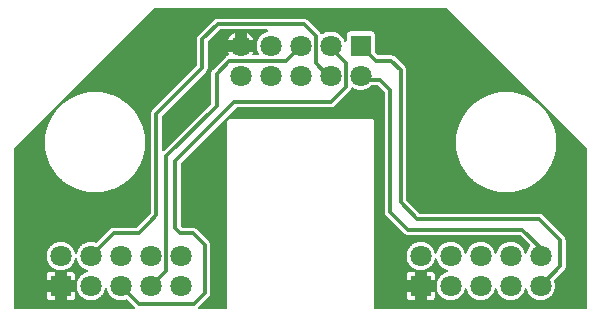
<source format=gtl>
G04 Layer: TopLayer*
G04 EasyEDA v6.3.53, 2020-06-10T14:59:09+08:00*
G04 3b83d2e84b6f494eacd4771d3d7b0d36,fed530592efb474aaabf7115e2e2b964,10*
G04 Gerber Generator version 0.2*
G04 Scale: 100 percent, Rotated: No, Reflected: No *
G04 Dimensions in millimeters *
G04 leading zeros omitted , absolute positions ,3 integer and 3 decimal *
%FSLAX33Y33*%
%MOMM*%
G90*
G71D02*

%ADD11C,0.299999*%
%ADD12C,0.599999*%
%ADD13C,1.799996*%
%ADD14R,1.799996X1.799996*%

%LPD*%
G36*
G01X21669Y23961D02*
G01X17704Y23961D01*
G01X17689Y23960D01*
G01X17673Y23956D01*
G01X17658Y23950D01*
G01X17644Y23942D01*
G01X17632Y23932D01*
G01X16656Y22956D01*
G01X16646Y22944D01*
G01X16638Y22930D01*
G01X16632Y22915D01*
G01X16628Y22900D01*
G01X16627Y22884D01*
G01X16627Y20716D01*
G01X16626Y20683D01*
G01X16622Y20651D01*
G01X16616Y20620D01*
G01X16609Y20588D01*
G01X16598Y20558D01*
G01X16586Y20528D01*
G01X16571Y20499D01*
G01X16555Y20471D01*
G01X16536Y20444D01*
G01X16516Y20420D01*
G01X16494Y20396D01*
G01X12755Y16657D01*
G01X12745Y16645D01*
G01X12737Y16631D01*
G01X12730Y16616D01*
G01X12726Y16600D01*
G01X12725Y16585D01*
G01X12725Y13753D01*
G01X12726Y13738D01*
G01X12729Y13724D01*
G01X12735Y13710D01*
G01X12742Y13698D01*
G01X12750Y13686D01*
G01X12760Y13676D01*
G01X12772Y13667D01*
G01X12785Y13660D01*
G01X12798Y13655D01*
G01X12812Y13652D01*
G01X12827Y13651D01*
G01X12843Y13653D01*
G01X12859Y13656D01*
G01X12873Y13662D01*
G01X12886Y13671D01*
G01X12899Y13681D01*
G01X16891Y17673D01*
G01X16901Y17685D01*
G01X16909Y17699D01*
G01X16915Y17713D01*
G01X16919Y17729D01*
G01X16920Y17745D01*
G01X16920Y20215D01*
G01X16921Y20248D01*
G01X16925Y20280D01*
G01X16931Y20311D01*
G01X16939Y20343D01*
G01X16949Y20373D01*
G01X16962Y20403D01*
G01X16976Y20432D01*
G01X16993Y20460D01*
G01X17011Y20487D01*
G01X17031Y20512D01*
G01X17053Y20535D01*
G01X18153Y21635D01*
G01X18176Y21657D01*
G01X18200Y21676D01*
G01X18226Y21694D01*
G01X18253Y21710D01*
G01X18281Y21725D01*
G01X18309Y21737D01*
G01X18339Y21747D01*
G01X18369Y21756D01*
G01X18384Y21760D01*
G01X18397Y21767D01*
G01X18410Y21775D01*
G01X18421Y21786D01*
G01X18430Y21798D01*
G01X18438Y21810D01*
G01X18443Y21825D01*
G01X18447Y21839D01*
G01X18448Y21855D01*
G01X18447Y21870D01*
G01X18443Y21885D01*
G01X18438Y21899D01*
G01X18430Y21912D01*
G01X18396Y21965D01*
G01X18365Y22020D01*
G01X18336Y22076D01*
G01X18910Y22076D01*
G01X18910Y21869D01*
G01X18911Y21855D01*
G01X18914Y21840D01*
G01X18919Y21827D01*
G01X18926Y21815D01*
G01X18935Y21803D01*
G01X18945Y21793D01*
G01X18957Y21784D01*
G01X18969Y21777D01*
G01X18983Y21772D01*
G01X18997Y21769D01*
G01X19011Y21768D01*
G01X19835Y21768D01*
G01X19850Y21769D01*
G01X19864Y21772D01*
G01X19878Y21777D01*
G01X19890Y21784D01*
G01X19902Y21793D01*
G01X19912Y21803D01*
G01X19921Y21815D01*
G01X19928Y21827D01*
G01X19933Y21840D01*
G01X19936Y21855D01*
G01X19937Y21869D01*
G01X19937Y22076D01*
G01X20511Y22076D01*
G01X20485Y22024D01*
G01X20457Y21974D01*
G01X20426Y21925D01*
G01X20419Y21913D01*
G01X20413Y21898D01*
G01X20410Y21884D01*
G01X20409Y21869D01*
G01X20410Y21855D01*
G01X20413Y21840D01*
G01X20418Y21827D01*
G01X20425Y21815D01*
G01X20434Y21803D01*
G01X20444Y21793D01*
G01X20456Y21784D01*
G01X20468Y21777D01*
G01X20482Y21772D01*
G01X20496Y21769D01*
G01X20511Y21768D01*
G01X20876Y21768D01*
G01X20891Y21769D01*
G01X20905Y21772D01*
G01X20918Y21777D01*
G01X20931Y21784D01*
G01X20943Y21793D01*
G01X20953Y21803D01*
G01X20962Y21815D01*
G01X20969Y21827D01*
G01X20974Y21840D01*
G01X20977Y21855D01*
G01X20978Y21869D01*
G01X20977Y21884D01*
G01X20974Y21898D01*
G01X20968Y21913D01*
G01X20961Y21925D01*
G01X20933Y21971D01*
G01X20906Y22017D01*
G01X20881Y22064D01*
G01X20860Y22113D01*
G01X20839Y22163D01*
G01X20821Y22213D01*
G01X20806Y22265D01*
G01X20792Y22316D01*
G01X20781Y22370D01*
G01X20772Y22425D01*
G01X20766Y22480D01*
G01X20762Y22534D01*
G01X20761Y22590D01*
G01X20762Y22645D01*
G01X20766Y22699D01*
G01X20772Y22754D01*
G01X20781Y22809D01*
G01X20792Y22863D01*
G01X20805Y22911D01*
G01X20819Y22958D01*
G01X20835Y23005D01*
G01X20853Y23052D01*
G01X20873Y23097D01*
G01X20895Y23141D01*
G01X20919Y23185D01*
G01X20944Y23227D01*
G01X20971Y23269D01*
G01X21000Y23309D01*
G01X21031Y23348D01*
G01X21063Y23386D01*
G01X21096Y23423D01*
G01X21131Y23458D01*
G01X21168Y23491D01*
G01X21206Y23523D01*
G01X21245Y23554D01*
G01X21285Y23582D01*
G01X21327Y23610D01*
G01X21370Y23635D01*
G01X21413Y23659D01*
G01X21457Y23680D01*
G01X21503Y23700D01*
G01X21549Y23719D01*
G01X21596Y23734D01*
G01X21644Y23749D01*
G01X21692Y23761D01*
G01X21706Y23765D01*
G01X21720Y23772D01*
G01X21732Y23781D01*
G01X21743Y23791D01*
G01X21753Y23803D01*
G01X21760Y23816D01*
G01X21766Y23830D01*
G01X21769Y23845D01*
G01X21770Y23860D01*
G01X21769Y23874D01*
G01X21766Y23889D01*
G01X21761Y23902D01*
G01X21754Y23915D01*
G01X21745Y23926D01*
G01X21735Y23936D01*
G01X21724Y23945D01*
G01X21711Y23952D01*
G01X21697Y23957D01*
G01X21683Y23960D01*
G01X21669Y23961D01*
G37*

%LPC*%
G36*
G01X18910Y23103D02*
G01X18910Y23677D01*
G01X18864Y23654D01*
G01X18818Y23629D01*
G01X18774Y23602D01*
G01X18731Y23573D01*
G01X18690Y23542D01*
G01X18649Y23510D01*
G01X18611Y23476D01*
G01X18573Y23440D01*
G01X18537Y23403D01*
G01X18503Y23363D01*
G01X18471Y23323D01*
G01X18440Y23282D01*
G01X18411Y23238D01*
G01X18385Y23195D01*
G01X18359Y23149D01*
G01X18336Y23103D01*
G01X18910Y23103D01*
G37*
G36*
G01X19983Y23654D02*
G01X19937Y23677D01*
G01X19937Y23103D01*
G01X20511Y23103D01*
G01X20488Y23149D01*
G01X20463Y23195D01*
G01X20436Y23238D01*
G01X20407Y23282D01*
G01X20376Y23323D01*
G01X20344Y23363D01*
G01X20310Y23403D01*
G01X20274Y23440D01*
G01X20237Y23476D01*
G01X20198Y23510D01*
G01X20157Y23542D01*
G01X20116Y23573D01*
G01X20073Y23602D01*
G01X20028Y23629D01*
G01X19983Y23654D01*
G37*

%LPD*%
G36*
G01X36839Y25798D02*
G01X12169Y25798D01*
G01X12153Y25797D01*
G01X12138Y25793D01*
G01X12123Y25787D01*
G01X12110Y25778D01*
G01X12098Y25768D01*
G01X286Y13957D01*
G01X275Y13945D01*
G01X267Y13931D01*
G01X261Y13916D01*
G01X257Y13900D01*
G01X256Y13885D01*
G01X256Y358D01*
G01X257Y343D01*
G01X260Y329D01*
G01X265Y315D01*
G01X272Y303D01*
G01X281Y291D01*
G01X291Y281D01*
G01X303Y272D01*
G01X315Y265D01*
G01X329Y260D01*
G01X343Y257D01*
G01X358Y256D01*
G01X10376Y256D01*
G01X10391Y257D01*
G01X10405Y260D01*
G01X10419Y265D01*
G01X10432Y272D01*
G01X10443Y281D01*
G01X10454Y291D01*
G01X10462Y303D01*
G01X10469Y315D01*
G01X10474Y329D01*
G01X10477Y343D01*
G01X10478Y358D01*
G01X10477Y373D01*
G01X10473Y389D01*
G01X10467Y404D01*
G01X10459Y418D01*
G01X10449Y429D01*
G01X9788Y1090D01*
G01X9776Y1100D01*
G01X9762Y1108D01*
G01X9748Y1115D01*
G01X9732Y1118D01*
G01X9717Y1120D01*
G01X9699Y1118D01*
G01X9682Y1114D01*
G01X9633Y1097D01*
G01X9582Y1083D01*
G01X9532Y1070D01*
G01X9481Y1060D01*
G01X9430Y1052D01*
G01X9378Y1046D01*
G01X9325Y1043D01*
G01X9274Y1042D01*
G01X9223Y1043D01*
G01X9173Y1046D01*
G01X9123Y1052D01*
G01X9073Y1059D01*
G01X9023Y1068D01*
G01X8974Y1080D01*
G01X8926Y1093D01*
G01X8878Y1109D01*
G01X8831Y1127D01*
G01X8784Y1146D01*
G01X8739Y1167D01*
G01X8694Y1191D01*
G01X8650Y1216D01*
G01X8608Y1243D01*
G01X8566Y1272D01*
G01X8526Y1303D01*
G01X8487Y1335D01*
G01X8450Y1369D01*
G01X8414Y1404D01*
G01X8379Y1441D01*
G01X8346Y1479D01*
G01X8315Y1518D01*
G01X8285Y1559D01*
G01X8258Y1601D01*
G01X8232Y1644D01*
G01X8207Y1689D01*
G01X8185Y1734D01*
G01X8165Y1780D01*
G01X8146Y1827D01*
G01X8130Y1874D01*
G01X8115Y1922D01*
G01X8103Y1971D01*
G01X8098Y1986D01*
G01X8091Y1999D01*
G01X8083Y2012D01*
G01X8073Y2023D01*
G01X8060Y2032D01*
G01X8047Y2040D01*
G01X8034Y2045D01*
G01X8019Y2049D01*
G01X8004Y2050D01*
G01X7988Y2049D01*
G01X7974Y2045D01*
G01X7959Y2040D01*
G01X7947Y2032D01*
G01X7934Y2023D01*
G01X7924Y2012D01*
G01X7916Y1999D01*
G01X7909Y1986D01*
G01X7904Y1971D01*
G01X7892Y1922D01*
G01X7878Y1874D01*
G01X7861Y1827D01*
G01X7843Y1780D01*
G01X7822Y1734D01*
G01X7800Y1689D01*
G01X7775Y1644D01*
G01X7750Y1601D01*
G01X7722Y1559D01*
G01X7692Y1518D01*
G01X7661Y1479D01*
G01X7628Y1441D01*
G01X7593Y1404D01*
G01X7557Y1369D01*
G01X7520Y1335D01*
G01X7481Y1303D01*
G01X7441Y1272D01*
G01X7400Y1243D01*
G01X7357Y1216D01*
G01X7313Y1191D01*
G01X7268Y1167D01*
G01X7223Y1146D01*
G01X7177Y1127D01*
G01X7129Y1109D01*
G01X7082Y1093D01*
G01X7033Y1080D01*
G01X6983Y1068D01*
G01X6934Y1059D01*
G01X6884Y1052D01*
G01X6834Y1046D01*
G01X6784Y1043D01*
G01X6734Y1042D01*
G01X6684Y1043D01*
G01X6634Y1046D01*
G01X6584Y1051D01*
G01X6534Y1059D01*
G01X6486Y1068D01*
G01X6437Y1079D01*
G01X6389Y1092D01*
G01X6341Y1108D01*
G01X6295Y1125D01*
G01X6248Y1144D01*
G01X6203Y1165D01*
G01X6158Y1188D01*
G01X6115Y1213D01*
G01X6073Y1240D01*
G01X6032Y1268D01*
G01X5992Y1298D01*
G01X5953Y1329D01*
G01X5916Y1362D01*
G01X5880Y1398D01*
G01X5846Y1434D01*
G01X5813Y1471D01*
G01X5782Y1510D01*
G01X5752Y1550D01*
G01X5724Y1592D01*
G01X5698Y1634D01*
G01X5673Y1677D01*
G01X5650Y1722D01*
G01X5630Y1767D01*
G01X5611Y1814D01*
G01X5594Y1861D01*
G01X5593Y1863D01*
G01X5593Y1865D01*
G01X5576Y1918D01*
G01X5563Y1971D01*
G01X5551Y2025D01*
G01X5542Y2079D01*
G01X5536Y2134D01*
G01X5532Y2189D01*
G01X5531Y2244D01*
G01X5532Y2300D01*
G01X5536Y2355D01*
G01X5542Y2409D01*
G01X5551Y2464D01*
G01X5563Y2518D01*
G01X5576Y2572D01*
G01X5593Y2624D01*
G01X5593Y2626D01*
G01X5594Y2628D01*
G01X5611Y2676D01*
G01X5631Y2723D01*
G01X5652Y2770D01*
G01X5675Y2815D01*
G01X5700Y2860D01*
G01X5727Y2903D01*
G01X5756Y2944D01*
G01X5786Y2986D01*
G01X5819Y3025D01*
G01X5852Y3063D01*
G01X5888Y3099D01*
G01X5925Y3134D01*
G01X5963Y3168D01*
G01X6003Y3200D01*
G01X6044Y3230D01*
G01X6086Y3258D01*
G01X6130Y3285D01*
G01X6175Y3309D01*
G01X6220Y3332D01*
G01X6267Y3353D01*
G01X6314Y3372D01*
G01X6362Y3388D01*
G01X6411Y3403D01*
G01X6460Y3416D01*
G01X6474Y3420D01*
G01X6488Y3426D01*
G01X6501Y3435D01*
G01X6512Y3446D01*
G01X6521Y3457D01*
G01X6529Y3471D01*
G01X6534Y3485D01*
G01X6537Y3500D01*
G01X6539Y3514D01*
G01X6537Y3530D01*
G01X6534Y3544D01*
G01X6529Y3559D01*
G01X6521Y3572D01*
G01X6512Y3583D01*
G01X6501Y3594D01*
G01X6488Y3602D01*
G01X6474Y3609D01*
G01X6460Y3613D01*
G01X6412Y3626D01*
G01X6365Y3640D01*
G01X6318Y3656D01*
G01X6272Y3674D01*
G01X6227Y3694D01*
G01X6182Y3716D01*
G01X6139Y3739D01*
G01X6096Y3765D01*
G01X6054Y3792D01*
G01X6014Y3821D01*
G01X5975Y3851D01*
G01X5938Y3883D01*
G01X5901Y3917D01*
G01X5866Y3952D01*
G01X5832Y3988D01*
G01X5800Y4026D01*
G01X5770Y4065D01*
G01X5741Y4106D01*
G01X5714Y4147D01*
G01X5689Y4189D01*
G01X5665Y4233D01*
G01X5643Y4277D01*
G01X5623Y4323D01*
G01X5605Y4369D01*
G01X5589Y4416D01*
G01X5575Y4463D01*
G01X5563Y4511D01*
G01X5558Y4526D01*
G01X5551Y4539D01*
G01X5543Y4552D01*
G01X5533Y4563D01*
G01X5520Y4572D01*
G01X5507Y4580D01*
G01X5494Y4585D01*
G01X5479Y4589D01*
G01X5464Y4590D01*
G01X5448Y4589D01*
G01X5434Y4585D01*
G01X5419Y4580D01*
G01X5407Y4572D01*
G01X5394Y4563D01*
G01X5384Y4552D01*
G01X5376Y4539D01*
G01X5369Y4526D01*
G01X5364Y4511D01*
G01X5352Y4462D01*
G01X5337Y4413D01*
G01X5320Y4365D01*
G01X5301Y4318D01*
G01X5281Y4271D01*
G01X5258Y4226D01*
G01X5233Y4181D01*
G01X5207Y4138D01*
G01X5179Y4095D01*
G01X5149Y4054D01*
G01X5117Y4014D01*
G01X5084Y3976D01*
G01X5049Y3939D01*
G01X5012Y3903D01*
G01X4974Y3869D01*
G01X4934Y3837D01*
G01X4894Y3807D01*
G01X4851Y3778D01*
G01X4808Y3751D01*
G01X4764Y3726D01*
G01X4719Y3703D01*
G01X4673Y3681D01*
G01X4625Y3662D01*
G01X4578Y3645D01*
G01X4575Y3644D01*
G01X4576Y3644D01*
G01X4573Y3643D01*
G01X4574Y3643D01*
G01X4521Y3627D01*
G01X4467Y3613D01*
G01X4413Y3602D01*
G01X4359Y3594D01*
G01X4304Y3587D01*
G01X4249Y3583D01*
G01X4194Y3582D01*
G01X4138Y3583D01*
G01X4083Y3587D01*
G01X4028Y3594D01*
G01X3974Y3602D01*
G01X3920Y3613D01*
G01X3866Y3627D01*
G01X3814Y3643D01*
G01X3810Y3645D01*
G01X3763Y3662D01*
G01X3717Y3680D01*
G01X3671Y3701D01*
G01X3627Y3724D01*
G01X3583Y3749D01*
G01X3540Y3775D01*
G01X3499Y3803D01*
G01X3459Y3832D01*
G01X3420Y3864D01*
G01X3382Y3897D01*
G01X3346Y3931D01*
G01X3312Y3967D01*
G01X3279Y4004D01*
G01X3247Y4043D01*
G01X3217Y4083D01*
G01X3189Y4124D01*
G01X3162Y4166D01*
G01X3137Y4210D01*
G01X3114Y4254D01*
G01X3093Y4299D01*
G01X3074Y4345D01*
G01X3057Y4392D01*
G01X3041Y4440D01*
G01X3028Y4488D01*
G01X3017Y4536D01*
G01X3007Y4586D01*
G01X3000Y4635D01*
G01X2995Y4685D01*
G01X2992Y4735D01*
G01X2991Y4784D01*
G01X2992Y4834D01*
G01X2995Y4884D01*
G01X3000Y4933D01*
G01X3007Y4982D01*
G01X3017Y5031D01*
G01X3028Y5080D01*
G01X3041Y5128D01*
G01X3056Y5175D01*
G01X3073Y5222D01*
G01X3092Y5267D01*
G01X3113Y5313D01*
G01X3136Y5357D01*
G01X3160Y5400D01*
G01X3187Y5442D01*
G01X3215Y5483D01*
G01X3245Y5523D01*
G01X3276Y5562D01*
G01X3309Y5599D01*
G01X3343Y5635D01*
G01X3379Y5669D01*
G01X3416Y5702D01*
G01X3455Y5733D01*
G01X3495Y5763D01*
G01X3536Y5791D01*
G01X3578Y5818D01*
G01X3621Y5842D01*
G01X3665Y5865D01*
G01X3710Y5886D01*
G01X3756Y5905D01*
G01X3803Y5922D01*
G01X3850Y5937D01*
G01X3898Y5950D01*
G01X3947Y5961D01*
G01X3995Y5971D01*
G01X4045Y5978D01*
G01X4094Y5983D01*
G01X4144Y5986D01*
G01X4194Y5987D01*
G01X4244Y5986D01*
G01X4294Y5983D01*
G01X4344Y5978D01*
G01X4394Y5970D01*
G01X4443Y5961D01*
G01X4493Y5949D01*
G01X4542Y5935D01*
G01X4589Y5920D01*
G01X4637Y5902D01*
G01X4683Y5883D01*
G01X4728Y5861D01*
G01X4773Y5838D01*
G01X4817Y5813D01*
G01X4860Y5786D01*
G01X4901Y5757D01*
G01X4941Y5727D01*
G01X4980Y5694D01*
G01X5017Y5661D01*
G01X5053Y5625D01*
G01X5088Y5589D01*
G01X5121Y5550D01*
G01X5152Y5511D01*
G01X5182Y5470D01*
G01X5210Y5428D01*
G01X5235Y5385D01*
G01X5260Y5341D01*
G01X5282Y5295D01*
G01X5303Y5249D01*
G01X5321Y5202D01*
G01X5338Y5155D01*
G01X5352Y5106D01*
G01X5364Y5058D01*
G01X5369Y5043D01*
G01X5376Y5030D01*
G01X5384Y5017D01*
G01X5394Y5006D01*
G01X5407Y4997D01*
G01X5419Y4989D01*
G01X5434Y4983D01*
G01X5448Y4980D01*
G01X5464Y4979D01*
G01X5479Y4980D01*
G01X5494Y4983D01*
G01X5507Y4989D01*
G01X5520Y4997D01*
G01X5533Y5006D01*
G01X5543Y5017D01*
G01X5551Y5030D01*
G01X5558Y5043D01*
G01X5563Y5058D01*
G01X5575Y5106D01*
G01X5590Y5155D01*
G01X5606Y5202D01*
G01X5625Y5249D01*
G01X5645Y5295D01*
G01X5667Y5341D01*
G01X5692Y5385D01*
G01X5718Y5428D01*
G01X5745Y5470D01*
G01X5775Y5511D01*
G01X5806Y5550D01*
G01X5839Y5589D01*
G01X5874Y5625D01*
G01X5910Y5661D01*
G01X5947Y5694D01*
G01X5986Y5727D01*
G01X6026Y5757D01*
G01X6068Y5786D01*
G01X6110Y5813D01*
G01X6154Y5838D01*
G01X6199Y5861D01*
G01X6244Y5883D01*
G01X6291Y5902D01*
G01X6338Y5920D01*
G01X6386Y5935D01*
G01X6434Y5949D01*
G01X6483Y5961D01*
G01X6533Y5970D01*
G01X6583Y5978D01*
G01X6633Y5983D01*
G01X6683Y5986D01*
G01X6734Y5987D01*
G01X6785Y5986D01*
G01X6838Y5983D01*
G01X6890Y5977D01*
G01X6941Y5969D01*
G01X6992Y5959D01*
G01X7042Y5947D01*
G01X7093Y5932D01*
G01X7142Y5916D01*
G01X7159Y5911D01*
G01X7177Y5910D01*
G01X7192Y5911D01*
G01X7208Y5915D01*
G01X7223Y5921D01*
G01X7236Y5929D01*
G01X7248Y5939D01*
G01X8343Y7034D01*
G01X8367Y7057D01*
G01X8392Y7077D01*
G01X8419Y7095D01*
G01X8447Y7112D01*
G01X8475Y7126D01*
G01X8505Y7138D01*
G01X8536Y7149D01*
G01X8567Y7157D01*
G01X8599Y7162D01*
G01X8631Y7166D01*
G01X8663Y7167D01*
G01X10544Y7167D01*
G01X10560Y7168D01*
G01X10576Y7172D01*
G01X10590Y7178D01*
G01X10603Y7186D01*
G01X10616Y7197D01*
G01X11419Y8000D01*
G01X11419Y7999D01*
G01X11424Y8006D01*
G01X11791Y8371D01*
G01X11801Y8384D01*
G01X11809Y8397D01*
G01X11815Y8412D01*
G01X11819Y8428D01*
G01X11820Y8443D01*
G01X11820Y16814D01*
G01X11821Y16847D01*
G01X11825Y16879D01*
G01X11831Y16910D01*
G01X11838Y16942D01*
G01X11849Y16972D01*
G01X11861Y17002D01*
G01X11876Y17031D01*
G01X11892Y17059D01*
G01X11911Y17086D01*
G01X11931Y17110D01*
G01X11953Y17134D01*
G01X15692Y20873D01*
G01X15702Y20885D01*
G01X15710Y20899D01*
G01X15717Y20914D01*
G01X15721Y20930D01*
G01X15722Y20945D01*
G01X15722Y23114D01*
G01X15723Y23146D01*
G01X15726Y23178D01*
G01X15732Y23210D01*
G01X15740Y23241D01*
G01X15750Y23271D01*
G01X15763Y23301D01*
G01X15777Y23330D01*
G01X15794Y23358D01*
G01X15812Y23385D01*
G01X15832Y23410D01*
G01X15854Y23434D01*
G01X17155Y24734D01*
G01X17179Y24756D01*
G01X17203Y24776D01*
G01X17230Y24794D01*
G01X17258Y24811D01*
G01X17287Y24825D01*
G01X17317Y24838D01*
G01X17347Y24848D01*
G01X17379Y24856D01*
G01X17410Y24862D01*
G01X17442Y24866D01*
G01X17475Y24867D01*
G01X24775Y24867D01*
G01X24807Y24866D01*
G01X24839Y24862D01*
G01X24871Y24856D01*
G01X24902Y24848D01*
G01X24933Y24838D01*
G01X24963Y24825D01*
G01X24992Y24811D01*
G01X25020Y24794D01*
G01X25046Y24776D01*
G01X25071Y24756D01*
G01X25095Y24734D01*
G01X26093Y23736D01*
G01X26115Y23712D01*
G01X26136Y23687D01*
G01X26154Y23660D01*
G01X26171Y23632D01*
G01X26185Y23603D01*
G01X26192Y23590D01*
G01X26201Y23578D01*
G01X26211Y23568D01*
G01X26222Y23560D01*
G01X26235Y23552D01*
G01X26249Y23547D01*
G01X26263Y23544D01*
G01X26277Y23543D01*
G01X26293Y23544D01*
G01X26309Y23548D01*
G01X26324Y23554D01*
G01X26337Y23563D01*
G01X26378Y23592D01*
G01X26421Y23618D01*
G01X26465Y23643D01*
G01X26509Y23667D01*
G01X26555Y23688D01*
G01X26601Y23708D01*
G01X26648Y23725D01*
G01X26696Y23741D01*
G01X26745Y23754D01*
G01X26793Y23766D01*
G01X26843Y23775D01*
G01X26893Y23783D01*
G01X26943Y23788D01*
G01X26993Y23791D01*
G01X27043Y23792D01*
G01X27094Y23791D01*
G01X27143Y23788D01*
G01X27193Y23783D01*
G01X27243Y23775D01*
G01X27291Y23766D01*
G01X27340Y23755D01*
G01X27388Y23741D01*
G01X27436Y23726D01*
G01X27483Y23709D01*
G01X27529Y23690D01*
G01X27574Y23669D01*
G01X27618Y23646D01*
G01X27662Y23621D01*
G01X27704Y23595D01*
G01X27745Y23566D01*
G01X27785Y23536D01*
G01X27824Y23505D01*
G01X27861Y23471D01*
G01X27897Y23437D01*
G01X27931Y23401D01*
G01X27964Y23363D01*
G01X27995Y23324D01*
G01X28025Y23284D01*
G01X28053Y23243D01*
G01X28080Y23200D01*
G01X28104Y23157D01*
G01X28126Y23112D01*
G01X28147Y23067D01*
G01X28166Y23021D01*
G01X28183Y22973D01*
G01X28189Y22959D01*
G01X28198Y22945D01*
G01X28208Y22934D01*
G01X28220Y22924D01*
G01X28234Y22915D01*
G01X28248Y22909D01*
G01X28264Y22905D01*
G01X28279Y22904D01*
G01X28294Y22905D01*
G01X28308Y22908D01*
G01X28322Y22913D01*
G01X28334Y22920D01*
G01X28346Y22929D01*
G01X28356Y22939D01*
G01X28365Y22951D01*
G01X28372Y22964D01*
G01X28377Y22977D01*
G01X28380Y22991D01*
G01X28381Y23006D01*
G01X28381Y23489D01*
G01X28382Y23514D01*
G01X28385Y23539D01*
G01X28390Y23564D01*
G01X28397Y23588D01*
G01X28406Y23611D01*
G01X28418Y23634D01*
G01X28430Y23655D01*
G01X28445Y23675D01*
G01X28461Y23695D01*
G01X28478Y23712D01*
G01X28498Y23728D01*
G01X28518Y23743D01*
G01X28539Y23756D01*
G01X28562Y23767D01*
G01X28585Y23775D01*
G01X28609Y23783D01*
G01X28634Y23788D01*
G01X28658Y23791D01*
G01X28684Y23792D01*
G01X30484Y23792D01*
G01X30508Y23791D01*
G01X30533Y23788D01*
G01X30558Y23783D01*
G01X30582Y23775D01*
G01X30605Y23767D01*
G01X30627Y23756D01*
G01X30649Y23743D01*
G01X30669Y23728D01*
G01X30688Y23712D01*
G01X30706Y23695D01*
G01X30722Y23675D01*
G01X30737Y23655D01*
G01X30750Y23634D01*
G01X30770Y23588D01*
G01X30777Y23564D01*
G01X30782Y23539D01*
G01X30785Y23514D01*
G01X30786Y23489D01*
G01X30786Y22069D01*
G01X30787Y22053D01*
G01X30791Y22038D01*
G01X30797Y22023D01*
G01X30806Y22010D01*
G01X30816Y21997D01*
G01X31015Y21797D01*
G01X31028Y21787D01*
G01X31041Y21779D01*
G01X31056Y21773D01*
G01X31072Y21769D01*
G01X31088Y21768D01*
G01X32174Y21768D01*
G01X32206Y21767D01*
G01X32238Y21763D01*
G01X32270Y21757D01*
G01X32301Y21750D01*
G01X32332Y21739D01*
G01X32362Y21727D01*
G01X32391Y21712D01*
G01X32419Y21696D01*
G01X32445Y21677D01*
G01X32470Y21657D01*
G01X32494Y21635D01*
G01X33294Y20835D01*
G01X33316Y20811D01*
G01X33336Y20786D01*
G01X33354Y20760D01*
G01X33371Y20732D01*
G01X33385Y20703D01*
G01X33398Y20673D01*
G01X33408Y20643D01*
G01X33416Y20611D01*
G01X33422Y20580D01*
G01X33425Y20548D01*
G01X33426Y20515D01*
G01X33426Y9543D01*
G01X33427Y9528D01*
G01X33431Y9512D01*
G01X33438Y9497D01*
G01X33446Y9483D01*
G01X33456Y9471D01*
G01X34531Y8396D01*
G01X34543Y8386D01*
G01X34557Y8378D01*
G01X34571Y8372D01*
G01X34587Y8368D01*
G01X34603Y8367D01*
G01X44673Y8367D01*
G01X44706Y8366D01*
G01X44738Y8362D01*
G01X44769Y8356D01*
G01X44801Y8348D01*
G01X44831Y8338D01*
G01X44861Y8326D01*
G01X44890Y8311D01*
G01X44918Y8295D01*
G01X44944Y8276D01*
G01X44969Y8256D01*
G01X44993Y8234D01*
G01X46794Y6433D01*
G01X46816Y6409D01*
G01X46836Y6385D01*
G01X46854Y6358D01*
G01X46871Y6330D01*
G01X46885Y6301D01*
G01X46898Y6271D01*
G01X46908Y6241D01*
G01X46916Y6209D01*
G01X46922Y6178D01*
G01X46925Y6146D01*
G01X46927Y6113D01*
G01X46927Y3893D01*
G01X46925Y3861D01*
G01X46922Y3829D01*
G01X46916Y3797D01*
G01X46908Y3766D01*
G01X46898Y3735D01*
G01X46885Y3705D01*
G01X46871Y3676D01*
G01X46854Y3648D01*
G01X46836Y3622D01*
G01X46816Y3597D01*
G01X46793Y3573D01*
G01X45979Y2759D01*
G01X45968Y2747D01*
G01X45960Y2734D01*
G01X45954Y2719D01*
G01X45950Y2703D01*
G01X45949Y2687D01*
G01X45950Y2670D01*
G01X45955Y2653D01*
G01X45971Y2604D01*
G01X45986Y2553D01*
G01X45998Y2503D01*
G01X46008Y2452D01*
G01X46016Y2400D01*
G01X46021Y2348D01*
G01X46025Y2297D01*
G01X46026Y2244D01*
G01X46025Y2195D01*
G01X46022Y2145D01*
G01X46017Y2096D01*
G01X46010Y2047D01*
G01X46000Y1998D01*
G01X45989Y1949D01*
G01X45976Y1901D01*
G01X45961Y1854D01*
G01X45944Y1807D01*
G01X45925Y1761D01*
G01X45904Y1717D01*
G01X45881Y1672D01*
G01X45857Y1629D01*
G01X45830Y1587D01*
G01X45802Y1546D01*
G01X45772Y1506D01*
G01X45741Y1467D01*
G01X45708Y1430D01*
G01X45674Y1394D01*
G01X45638Y1360D01*
G01X45601Y1327D01*
G01X45562Y1295D01*
G01X45522Y1266D01*
G01X45481Y1238D01*
G01X45439Y1212D01*
G01X45396Y1187D01*
G01X45352Y1164D01*
G01X45306Y1144D01*
G01X45261Y1124D01*
G01X45214Y1107D01*
G01X45167Y1092D01*
G01X45119Y1079D01*
G01X45070Y1068D01*
G01X45022Y1058D01*
G01X44972Y1051D01*
G01X44923Y1046D01*
G01X44873Y1043D01*
G01X44823Y1042D01*
G01X44773Y1043D01*
G01X44723Y1046D01*
G01X44673Y1052D01*
G01X44623Y1059D01*
G01X44573Y1068D01*
G01X44524Y1080D01*
G01X44475Y1093D01*
G01X44428Y1109D01*
G01X44380Y1127D01*
G01X44334Y1146D01*
G01X44288Y1167D01*
G01X44244Y1191D01*
G01X44200Y1216D01*
G01X44157Y1243D01*
G01X44116Y1272D01*
G01X44076Y1303D01*
G01X44037Y1335D01*
G01X44000Y1369D01*
G01X43964Y1404D01*
G01X43929Y1441D01*
G01X43896Y1479D01*
G01X43865Y1518D01*
G01X43835Y1559D01*
G01X43807Y1601D01*
G01X43781Y1644D01*
G01X43757Y1689D01*
G01X43735Y1734D01*
G01X43714Y1780D01*
G01X43696Y1827D01*
G01X43679Y1874D01*
G01X43665Y1922D01*
G01X43652Y1971D01*
G01X43648Y1986D01*
G01X43641Y1999D01*
G01X43633Y2012D01*
G01X43622Y2023D01*
G01X43611Y2032D01*
G01X43598Y2040D01*
G01X43583Y2045D01*
G01X43569Y2049D01*
G01X43553Y2050D01*
G01X43538Y2049D01*
G01X43523Y2045D01*
G01X43510Y2040D01*
G01X43496Y2032D01*
G01X43485Y2023D01*
G01X43474Y2012D01*
G01X43466Y1999D01*
G01X43459Y1986D01*
G01X43454Y1971D01*
G01X43442Y1922D01*
G01X43427Y1874D01*
G01X43411Y1827D01*
G01X43392Y1780D01*
G01X43372Y1734D01*
G01X43350Y1689D01*
G01X43325Y1644D01*
G01X43299Y1601D01*
G01X43271Y1559D01*
G01X43242Y1518D01*
G01X43210Y1479D01*
G01X43177Y1441D01*
G01X43143Y1404D01*
G01X43107Y1369D01*
G01X43070Y1335D01*
G01X43031Y1303D01*
G01X42991Y1272D01*
G01X42949Y1243D01*
G01X42907Y1216D01*
G01X42863Y1191D01*
G01X42819Y1167D01*
G01X42773Y1146D01*
G01X42726Y1127D01*
G01X42679Y1109D01*
G01X42631Y1093D01*
G01X42583Y1080D01*
G01X42534Y1068D01*
G01X42484Y1059D01*
G01X42434Y1052D01*
G01X42384Y1046D01*
G01X42334Y1043D01*
G01X42283Y1042D01*
G01X42233Y1043D01*
G01X42183Y1046D01*
G01X42133Y1052D01*
G01X42083Y1059D01*
G01X42033Y1068D01*
G01X41984Y1080D01*
G01X41935Y1093D01*
G01X41888Y1109D01*
G01X41840Y1127D01*
G01X41794Y1146D01*
G01X41748Y1167D01*
G01X41704Y1191D01*
G01X41660Y1216D01*
G01X41617Y1243D01*
G01X41576Y1272D01*
G01X41536Y1303D01*
G01X41497Y1335D01*
G01X41460Y1369D01*
G01X41424Y1404D01*
G01X41389Y1441D01*
G01X41356Y1479D01*
G01X41325Y1518D01*
G01X41295Y1559D01*
G01X41267Y1601D01*
G01X41241Y1644D01*
G01X41217Y1689D01*
G01X41195Y1734D01*
G01X41174Y1780D01*
G01X41156Y1827D01*
G01X41139Y1874D01*
G01X41125Y1922D01*
G01X41112Y1971D01*
G01X41108Y1986D01*
G01X41101Y1999D01*
G01X41093Y2012D01*
G01X41082Y2023D01*
G01X41071Y2032D01*
G01X41058Y2040D01*
G01X41043Y2045D01*
G01X41029Y2049D01*
G01X41013Y2050D01*
G01X40998Y2049D01*
G01X40983Y2045D01*
G01X40970Y2040D01*
G01X40956Y2032D01*
G01X40945Y2023D01*
G01X40934Y2012D01*
G01X40926Y1999D01*
G01X40919Y1986D01*
G01X40914Y1971D01*
G01X40902Y1922D01*
G01X40887Y1874D01*
G01X40871Y1827D01*
G01X40852Y1780D01*
G01X40832Y1734D01*
G01X40810Y1689D01*
G01X40785Y1644D01*
G01X40759Y1601D01*
G01X40731Y1559D01*
G01X40702Y1518D01*
G01X40670Y1479D01*
G01X40637Y1441D01*
G01X40603Y1404D01*
G01X40567Y1369D01*
G01X40530Y1335D01*
G01X40491Y1303D01*
G01X40451Y1272D01*
G01X40409Y1243D01*
G01X40367Y1216D01*
G01X40323Y1191D01*
G01X40279Y1167D01*
G01X40233Y1146D01*
G01X40186Y1127D01*
G01X40139Y1109D01*
G01X40091Y1093D01*
G01X40043Y1080D01*
G01X39994Y1068D01*
G01X39944Y1059D01*
G01X39894Y1052D01*
G01X39844Y1046D01*
G01X39794Y1043D01*
G01X39743Y1042D01*
G01X39693Y1043D01*
G01X39643Y1046D01*
G01X39593Y1052D01*
G01X39543Y1059D01*
G01X39493Y1068D01*
G01X39444Y1080D01*
G01X39395Y1093D01*
G01X39348Y1109D01*
G01X39300Y1127D01*
G01X39254Y1146D01*
G01X39208Y1167D01*
G01X39164Y1191D01*
G01X39120Y1216D01*
G01X39077Y1243D01*
G01X39036Y1272D01*
G01X38996Y1303D01*
G01X38957Y1335D01*
G01X38920Y1369D01*
G01X38884Y1404D01*
G01X38849Y1441D01*
G01X38816Y1479D01*
G01X38785Y1518D01*
G01X38755Y1559D01*
G01X38727Y1601D01*
G01X38701Y1644D01*
G01X38677Y1689D01*
G01X38655Y1734D01*
G01X38634Y1780D01*
G01X38616Y1827D01*
G01X38599Y1874D01*
G01X38585Y1922D01*
G01X38572Y1971D01*
G01X38568Y1986D01*
G01X38561Y1999D01*
G01X38553Y2012D01*
G01X38542Y2023D01*
G01X38531Y2032D01*
G01X38518Y2040D01*
G01X38503Y2045D01*
G01X38489Y2049D01*
G01X38473Y2050D01*
G01X38458Y2049D01*
G01X38443Y2045D01*
G01X38430Y2040D01*
G01X38416Y2032D01*
G01X38405Y2023D01*
G01X38394Y2012D01*
G01X38386Y1999D01*
G01X38379Y1986D01*
G01X38374Y1971D01*
G01X38362Y1922D01*
G01X38347Y1874D01*
G01X38331Y1827D01*
G01X38312Y1780D01*
G01X38292Y1734D01*
G01X38270Y1689D01*
G01X38245Y1644D01*
G01X38219Y1601D01*
G01X38191Y1559D01*
G01X38162Y1518D01*
G01X38130Y1479D01*
G01X38097Y1441D01*
G01X38063Y1404D01*
G01X38027Y1369D01*
G01X37990Y1335D01*
G01X37951Y1303D01*
G01X37911Y1272D01*
G01X37869Y1243D01*
G01X37827Y1216D01*
G01X37783Y1191D01*
G01X37739Y1167D01*
G01X37693Y1146D01*
G01X37646Y1127D01*
G01X37599Y1109D01*
G01X37551Y1093D01*
G01X37503Y1080D01*
G01X37454Y1068D01*
G01X37404Y1059D01*
G01X37354Y1052D01*
G01X37304Y1046D01*
G01X37254Y1043D01*
G01X37203Y1042D01*
G01X37154Y1043D01*
G01X37104Y1046D01*
G01X37054Y1051D01*
G01X37005Y1059D01*
G01X36955Y1068D01*
G01X36907Y1079D01*
G01X36859Y1092D01*
G01X36811Y1108D01*
G01X36764Y1125D01*
G01X36718Y1144D01*
G01X36673Y1165D01*
G01X36629Y1188D01*
G01X36585Y1213D01*
G01X36543Y1240D01*
G01X36502Y1268D01*
G01X36462Y1298D01*
G01X36423Y1329D01*
G01X36386Y1362D01*
G01X36350Y1398D01*
G01X36315Y1434D01*
G01X36283Y1471D01*
G01X36251Y1510D01*
G01X36222Y1550D01*
G01X36194Y1592D01*
G01X36168Y1634D01*
G01X36143Y1677D01*
G01X36120Y1722D01*
G01X36100Y1767D01*
G01X36081Y1814D01*
G01X36064Y1861D01*
G01X36062Y1865D01*
G01X36046Y1918D01*
G01X36032Y1971D01*
G01X36021Y2025D01*
G01X36012Y2079D01*
G01X36006Y2134D01*
G01X36002Y2189D01*
G01X36001Y2244D01*
G01X36002Y2300D01*
G01X36006Y2355D01*
G01X36012Y2409D01*
G01X36021Y2464D01*
G01X36032Y2518D01*
G01X36046Y2572D01*
G01X36062Y2624D01*
G01X36064Y2628D01*
G01X36081Y2676D01*
G01X36101Y2723D01*
G01X36122Y2770D01*
G01X36145Y2815D01*
G01X36170Y2860D01*
G01X36197Y2903D01*
G01X36226Y2944D01*
G01X36256Y2986D01*
G01X36288Y3025D01*
G01X36323Y3063D01*
G01X36358Y3099D01*
G01X36395Y3134D01*
G01X36433Y3168D01*
G01X36473Y3200D01*
G01X36514Y3230D01*
G01X36557Y3258D01*
G01X36600Y3285D01*
G01X36645Y3309D01*
G01X36690Y3332D01*
G01X36737Y3353D01*
G01X36784Y3372D01*
G01X36832Y3388D01*
G01X36881Y3403D01*
G01X36930Y3416D01*
G01X36945Y3420D01*
G01X36959Y3426D01*
G01X36971Y3435D01*
G01X36982Y3446D01*
G01X36991Y3457D01*
G01X36999Y3471D01*
G01X37004Y3485D01*
G01X37008Y3500D01*
G01X37009Y3514D01*
G01X37008Y3530D01*
G01X37004Y3544D01*
G01X36999Y3559D01*
G01X36991Y3572D01*
G01X36982Y3583D01*
G01X36971Y3594D01*
G01X36959Y3602D01*
G01X36945Y3609D01*
G01X36930Y3613D01*
G01X36882Y3626D01*
G01X36835Y3640D01*
G01X36788Y3656D01*
G01X36742Y3674D01*
G01X36696Y3694D01*
G01X36652Y3716D01*
G01X36609Y3739D01*
G01X36566Y3765D01*
G01X36525Y3792D01*
G01X36484Y3821D01*
G01X36445Y3851D01*
G01X36407Y3883D01*
G01X36371Y3917D01*
G01X36336Y3952D01*
G01X36302Y3988D01*
G01X36270Y4026D01*
G01X36240Y4065D01*
G01X36211Y4106D01*
G01X36184Y4147D01*
G01X36158Y4189D01*
G01X36135Y4233D01*
G01X36113Y4277D01*
G01X36093Y4323D01*
G01X36075Y4369D01*
G01X36059Y4416D01*
G01X36045Y4463D01*
G01X36032Y4511D01*
G01X36028Y4526D01*
G01X36021Y4539D01*
G01X36013Y4552D01*
G01X36002Y4563D01*
G01X35991Y4572D01*
G01X35978Y4580D01*
G01X35963Y4585D01*
G01X35949Y4589D01*
G01X35933Y4590D01*
G01X35918Y4589D01*
G01X35903Y4585D01*
G01X35890Y4580D01*
G01X35876Y4572D01*
G01X35865Y4563D01*
G01X35854Y4552D01*
G01X35846Y4539D01*
G01X35839Y4526D01*
G01X35834Y4511D01*
G01X35822Y4462D01*
G01X35807Y4413D01*
G01X35791Y4365D01*
G01X35772Y4318D01*
G01X35751Y4271D01*
G01X35728Y4226D01*
G01X35704Y4181D01*
G01X35677Y4138D01*
G01X35649Y4095D01*
G01X35619Y4054D01*
G01X35587Y4014D01*
G01X35553Y3976D01*
G01X35518Y3939D01*
G01X35482Y3903D01*
G01X35444Y3869D01*
G01X35405Y3837D01*
G01X35363Y3807D01*
G01X35322Y3778D01*
G01X35279Y3751D01*
G01X35234Y3726D01*
G01X35189Y3703D01*
G01X35142Y3681D01*
G01X35095Y3662D01*
G01X35047Y3645D01*
G01X35043Y3643D01*
G01X34991Y3627D01*
G01X34937Y3613D01*
G01X34883Y3602D01*
G01X34828Y3594D01*
G01X34774Y3587D01*
G01X34719Y3583D01*
G01X34663Y3582D01*
G01X34609Y3583D01*
G01X34553Y3587D01*
G01X34498Y3594D01*
G01X34444Y3602D01*
G01X34390Y3613D01*
G01X34336Y3627D01*
G01X34284Y3643D01*
G01X34281Y3644D01*
G01X34282Y3644D01*
G01X34279Y3645D01*
G01X34280Y3645D01*
G01X34233Y3662D01*
G01X34186Y3680D01*
G01X34141Y3701D01*
G01X34096Y3724D01*
G01X34053Y3749D01*
G01X34011Y3775D01*
G01X33969Y3803D01*
G01X33929Y3832D01*
G01X33890Y3864D01*
G01X33853Y3897D01*
G01X33817Y3931D01*
G01X33782Y3967D01*
G01X33748Y4004D01*
G01X33717Y4043D01*
G01X33687Y4083D01*
G01X33659Y4124D01*
G01X33632Y4166D01*
G01X33607Y4210D01*
G01X33584Y4254D01*
G01X33563Y4299D01*
G01X33544Y4345D01*
G01X33527Y4392D01*
G01X33511Y4440D01*
G01X33498Y4488D01*
G01X33487Y4536D01*
G01X33478Y4586D01*
G01X33470Y4635D01*
G01X33465Y4685D01*
G01X33462Y4735D01*
G01X33461Y4784D01*
G01X33462Y4834D01*
G01X33465Y4884D01*
G01X33470Y4933D01*
G01X33477Y4982D01*
G01X33486Y5031D01*
G01X33498Y5080D01*
G01X33511Y5128D01*
G01X33526Y5175D01*
G01X33543Y5222D01*
G01X33562Y5267D01*
G01X33583Y5313D01*
G01X33606Y5357D01*
G01X33631Y5400D01*
G01X33657Y5442D01*
G01X33685Y5483D01*
G01X33714Y5523D01*
G01X33746Y5562D01*
G01X33779Y5599D01*
G01X33813Y5635D01*
G01X33849Y5669D01*
G01X33886Y5702D01*
G01X33925Y5733D01*
G01X33965Y5763D01*
G01X34006Y5791D01*
G01X34048Y5818D01*
G01X34091Y5842D01*
G01X34136Y5865D01*
G01X34180Y5886D01*
G01X34227Y5905D01*
G01X34273Y5922D01*
G01X34320Y5937D01*
G01X34368Y5950D01*
G01X34417Y5961D01*
G01X34466Y5971D01*
G01X34515Y5978D01*
G01X34564Y5983D01*
G01X34614Y5986D01*
G01X34663Y5987D01*
G01X34714Y5986D01*
G01X34764Y5983D01*
G01X34814Y5978D01*
G01X34864Y5970D01*
G01X34914Y5961D01*
G01X34963Y5949D01*
G01X35011Y5935D01*
G01X35059Y5920D01*
G01X35106Y5902D01*
G01X35153Y5883D01*
G01X35199Y5861D01*
G01X35243Y5838D01*
G01X35287Y5813D01*
G01X35329Y5786D01*
G01X35371Y5757D01*
G01X35411Y5727D01*
G01X35450Y5694D01*
G01X35487Y5661D01*
G01X35523Y5625D01*
G01X35557Y5589D01*
G01X35590Y5550D01*
G01X35622Y5511D01*
G01X35651Y5470D01*
G01X35679Y5428D01*
G01X35705Y5385D01*
G01X35730Y5341D01*
G01X35752Y5295D01*
G01X35772Y5249D01*
G01X35791Y5202D01*
G01X35807Y5155D01*
G01X35822Y5106D01*
G01X35834Y5058D01*
G01X35839Y5043D01*
G01X35846Y5030D01*
G01X35854Y5017D01*
G01X35865Y5006D01*
G01X35876Y4997D01*
G01X35890Y4989D01*
G01X35903Y4983D01*
G01X35918Y4980D01*
G01X35933Y4979D01*
G01X35949Y4980D01*
G01X35963Y4983D01*
G01X35978Y4989D01*
G01X35991Y4997D01*
G01X36002Y5006D01*
G01X36013Y5017D01*
G01X36021Y5030D01*
G01X36028Y5043D01*
G01X36032Y5058D01*
G01X36045Y5106D01*
G01X36059Y5155D01*
G01X36076Y5202D01*
G01X36094Y5249D01*
G01X36115Y5295D01*
G01X36137Y5341D01*
G01X36161Y5385D01*
G01X36187Y5428D01*
G01X36215Y5470D01*
G01X36245Y5511D01*
G01X36276Y5550D01*
G01X36309Y5589D01*
G01X36344Y5625D01*
G01X36380Y5661D01*
G01X36417Y5694D01*
G01X36456Y5727D01*
G01X36496Y5757D01*
G01X36537Y5786D01*
G01X36580Y5813D01*
G01X36624Y5838D01*
G01X36668Y5861D01*
G01X36714Y5883D01*
G01X36760Y5902D01*
G01X36808Y5920D01*
G01X36855Y5935D01*
G01X36904Y5949D01*
G01X36953Y5961D01*
G01X37003Y5970D01*
G01X37053Y5978D01*
G01X37103Y5983D01*
G01X37153Y5986D01*
G01X37203Y5987D01*
G01X37254Y5986D01*
G01X37304Y5983D01*
G01X37354Y5978D01*
G01X37404Y5970D01*
G01X37454Y5961D01*
G01X37503Y5949D01*
G01X37551Y5935D01*
G01X37599Y5920D01*
G01X37646Y5902D01*
G01X37693Y5883D01*
G01X37739Y5861D01*
G01X37783Y5838D01*
G01X37827Y5813D01*
G01X37869Y5786D01*
G01X37911Y5757D01*
G01X37951Y5727D01*
G01X37990Y5694D01*
G01X38027Y5661D01*
G01X38063Y5625D01*
G01X38097Y5589D01*
G01X38130Y5550D01*
G01X38162Y5511D01*
G01X38191Y5470D01*
G01X38219Y5428D01*
G01X38245Y5385D01*
G01X38270Y5341D01*
G01X38292Y5295D01*
G01X38312Y5249D01*
G01X38331Y5202D01*
G01X38347Y5155D01*
G01X38362Y5106D01*
G01X38374Y5058D01*
G01X38379Y5043D01*
G01X38386Y5030D01*
G01X38394Y5017D01*
G01X38405Y5006D01*
G01X38416Y4997D01*
G01X38430Y4989D01*
G01X38443Y4983D01*
G01X38458Y4980D01*
G01X38473Y4979D01*
G01X38489Y4980D01*
G01X38503Y4983D01*
G01X38518Y4989D01*
G01X38531Y4997D01*
G01X38542Y5006D01*
G01X38553Y5017D01*
G01X38561Y5030D01*
G01X38568Y5043D01*
G01X38572Y5058D01*
G01X38585Y5106D01*
G01X38599Y5155D01*
G01X38616Y5202D01*
G01X38634Y5249D01*
G01X38655Y5295D01*
G01X38677Y5341D01*
G01X38701Y5385D01*
G01X38727Y5428D01*
G01X38755Y5470D01*
G01X38785Y5511D01*
G01X38816Y5550D01*
G01X38849Y5589D01*
G01X38884Y5625D01*
G01X38920Y5661D01*
G01X38957Y5694D01*
G01X38996Y5727D01*
G01X39036Y5757D01*
G01X39077Y5786D01*
G01X39120Y5813D01*
G01X39164Y5838D01*
G01X39208Y5861D01*
G01X39254Y5883D01*
G01X39300Y5902D01*
G01X39348Y5920D01*
G01X39395Y5935D01*
G01X39444Y5949D01*
G01X39493Y5961D01*
G01X39543Y5970D01*
G01X39593Y5978D01*
G01X39643Y5983D01*
G01X39693Y5986D01*
G01X39743Y5987D01*
G01X39794Y5986D01*
G01X39844Y5983D01*
G01X39894Y5978D01*
G01X39944Y5970D01*
G01X39994Y5961D01*
G01X40043Y5949D01*
G01X40091Y5935D01*
G01X40139Y5920D01*
G01X40186Y5902D01*
G01X40233Y5883D01*
G01X40279Y5861D01*
G01X40323Y5838D01*
G01X40367Y5813D01*
G01X40409Y5786D01*
G01X40451Y5757D01*
G01X40491Y5727D01*
G01X40530Y5694D01*
G01X40567Y5661D01*
G01X40603Y5625D01*
G01X40637Y5589D01*
G01X40670Y5550D01*
G01X40702Y5511D01*
G01X40731Y5470D01*
G01X40759Y5428D01*
G01X40785Y5385D01*
G01X40810Y5341D01*
G01X40832Y5295D01*
G01X40852Y5249D01*
G01X40871Y5202D01*
G01X40887Y5155D01*
G01X40902Y5106D01*
G01X40914Y5058D01*
G01X40919Y5043D01*
G01X40926Y5030D01*
G01X40934Y5017D01*
G01X40945Y5006D01*
G01X40956Y4997D01*
G01X40970Y4989D01*
G01X40983Y4983D01*
G01X40998Y4980D01*
G01X41013Y4979D01*
G01X41029Y4980D01*
G01X41043Y4983D01*
G01X41058Y4989D01*
G01X41071Y4997D01*
G01X41082Y5006D01*
G01X41093Y5017D01*
G01X41101Y5030D01*
G01X41108Y5043D01*
G01X41112Y5058D01*
G01X41125Y5106D01*
G01X41139Y5155D01*
G01X41156Y5202D01*
G01X41174Y5249D01*
G01X41195Y5295D01*
G01X41217Y5341D01*
G01X41241Y5385D01*
G01X41267Y5428D01*
G01X41295Y5470D01*
G01X41325Y5511D01*
G01X41356Y5550D01*
G01X41389Y5589D01*
G01X41424Y5625D01*
G01X41460Y5661D01*
G01X41497Y5694D01*
G01X41536Y5727D01*
G01X41576Y5757D01*
G01X41617Y5786D01*
G01X41660Y5813D01*
G01X41704Y5838D01*
G01X41748Y5861D01*
G01X41794Y5883D01*
G01X41840Y5902D01*
G01X41888Y5920D01*
G01X41935Y5935D01*
G01X41984Y5949D01*
G01X42033Y5961D01*
G01X42083Y5970D01*
G01X42133Y5978D01*
G01X42183Y5983D01*
G01X42233Y5986D01*
G01X42283Y5987D01*
G01X42334Y5986D01*
G01X42384Y5983D01*
G01X42434Y5978D01*
G01X42484Y5970D01*
G01X42534Y5961D01*
G01X42583Y5949D01*
G01X42631Y5935D01*
G01X42679Y5920D01*
G01X42726Y5902D01*
G01X42773Y5883D01*
G01X42819Y5861D01*
G01X42863Y5838D01*
G01X42907Y5813D01*
G01X42949Y5786D01*
G01X42991Y5757D01*
G01X43031Y5727D01*
G01X43070Y5694D01*
G01X43107Y5661D01*
G01X43143Y5625D01*
G01X43177Y5589D01*
G01X43210Y5550D01*
G01X43242Y5511D01*
G01X43271Y5470D01*
G01X43299Y5428D01*
G01X43325Y5385D01*
G01X43350Y5341D01*
G01X43372Y5295D01*
G01X43392Y5249D01*
G01X43411Y5202D01*
G01X43427Y5155D01*
G01X43442Y5106D01*
G01X43454Y5058D01*
G01X43459Y5043D01*
G01X43466Y5030D01*
G01X43474Y5017D01*
G01X43485Y5006D01*
G01X43496Y4997D01*
G01X43510Y4989D01*
G01X43523Y4983D01*
G01X43538Y4980D01*
G01X43553Y4979D01*
G01X43569Y4980D01*
G01X43583Y4983D01*
G01X43598Y4989D01*
G01X43611Y4997D01*
G01X43622Y5006D01*
G01X43633Y5017D01*
G01X43641Y5030D01*
G01X43648Y5043D01*
G01X43652Y5058D01*
G01X43665Y5106D01*
G01X43679Y5154D01*
G01X43696Y5201D01*
G01X43714Y5248D01*
G01X43734Y5294D01*
G01X43757Y5339D01*
G01X43780Y5383D01*
G01X43806Y5426D01*
G01X43834Y5468D01*
G01X43863Y5508D01*
G01X43894Y5548D01*
G01X43927Y5585D01*
G01X43936Y5598D01*
G01X43943Y5610D01*
G01X43948Y5624D01*
G01X43952Y5639D01*
G01X43953Y5654D01*
G01X43951Y5669D01*
G01X43948Y5685D01*
G01X43942Y5700D01*
G01X43933Y5713D01*
G01X43923Y5725D01*
G01X43116Y6532D01*
G01X43104Y6543D01*
G01X43090Y6551D01*
G01X43075Y6557D01*
G01X43060Y6561D01*
G01X43044Y6562D01*
G01X33574Y6562D01*
G01X33541Y6563D01*
G01X33509Y6566D01*
G01X33477Y6573D01*
G01X33446Y6580D01*
G01X33415Y6590D01*
G01X33386Y6603D01*
G01X33357Y6617D01*
G01X33329Y6634D01*
G01X33302Y6652D01*
G01X33277Y6673D01*
G01X33254Y6694D01*
G01X31754Y8195D01*
G01X31732Y8218D01*
G01X31711Y8243D01*
G01X31693Y8270D01*
G01X31676Y8298D01*
G01X31662Y8327D01*
G01X31649Y8357D01*
G01X31639Y8387D01*
G01X31631Y8418D01*
G01X31626Y8450D01*
G01X31622Y8482D01*
G01X31621Y8515D01*
G01X31621Y18585D01*
G01X31620Y18601D01*
G01X31616Y18616D01*
G01X31610Y18631D01*
G01X31602Y18645D01*
G01X31591Y18657D01*
G01X31016Y19232D01*
G01X31004Y19243D01*
G01X30990Y19251D01*
G01X30975Y19257D01*
G01X30960Y19261D01*
G01X30944Y19262D01*
G01X30537Y19262D01*
G01X30521Y19261D01*
G01X30505Y19257D01*
G01X30490Y19250D01*
G01X30475Y19241D01*
G01X30463Y19230D01*
G01X30427Y19192D01*
G01X30389Y19157D01*
G01X30350Y19123D01*
G01X30309Y19091D01*
G01X30267Y19060D01*
G01X30224Y19032D01*
G01X30179Y19005D01*
G01X30134Y18980D01*
G01X30087Y18958D01*
G01X30039Y18937D01*
G01X29991Y18918D01*
G01X29942Y18902D01*
G01X29892Y18887D01*
G01X29841Y18875D01*
G01X29790Y18865D01*
G01X29739Y18857D01*
G01X29687Y18851D01*
G01X29635Y18848D01*
G01X29583Y18847D01*
G01X29533Y18848D01*
G01X29482Y18851D01*
G01X29433Y18856D01*
G01X29382Y18864D01*
G01X29332Y18873D01*
G01X29284Y18885D01*
G01X29235Y18899D01*
G01X29187Y18914D01*
G01X29139Y18932D01*
G01X29093Y18951D01*
G01X29047Y18973D01*
G01X29002Y18997D01*
G01X28959Y19022D01*
G01X28916Y19049D01*
G01X28903Y19057D01*
G01X28889Y19062D01*
G01X28875Y19065D01*
G01X28859Y19066D01*
G01X28844Y19065D01*
G01X28829Y19061D01*
G01X28814Y19055D01*
G01X28800Y19047D01*
G01X28788Y19037D01*
G01X28778Y19025D01*
G01X28770Y19011D01*
G01X28763Y18997D01*
G01X28759Y18981D01*
G01X28753Y18950D01*
G01X28745Y18920D01*
G01X28735Y18891D01*
G01X28722Y18862D01*
G01X28708Y18834D01*
G01X28692Y18807D01*
G01X28674Y18782D01*
G01X28654Y18757D01*
G01X28633Y18735D01*
G01X27393Y17495D01*
G01X27370Y17473D01*
G01X27345Y17453D01*
G01X27318Y17435D01*
G01X27290Y17418D01*
G01X27261Y17404D01*
G01X27231Y17391D01*
G01X27201Y17381D01*
G01X27169Y17373D01*
G01X27138Y17367D01*
G01X27106Y17363D01*
G01X27073Y17362D01*
G01X19104Y17362D01*
G01X19088Y17361D01*
G01X19072Y17357D01*
G01X19058Y17351D01*
G01X19044Y17343D01*
G01X19032Y17333D01*
G01X14355Y12656D01*
G01X14345Y12644D01*
G01X14337Y12630D01*
G01X14331Y12616D01*
G01X14327Y12600D01*
G01X14326Y12584D01*
G01X14326Y7344D01*
G01X14327Y7328D01*
G01X14331Y7312D01*
G01X14337Y7297D01*
G01X14345Y7284D01*
G01X14355Y7272D01*
G01X14429Y7197D01*
G01X14441Y7187D01*
G01X14455Y7179D01*
G01X14470Y7173D01*
G01X14486Y7169D01*
G01X14501Y7168D01*
G01X15374Y7168D01*
G01X15407Y7166D01*
G01X15439Y7163D01*
G01X15471Y7157D01*
G01X15502Y7150D01*
G01X15533Y7139D01*
G01X15563Y7127D01*
G01X15592Y7112D01*
G01X15619Y7096D01*
G01X15646Y7077D01*
G01X15671Y7057D01*
G01X15695Y7035D01*
G01X16693Y6034D01*
G01X16715Y6011D01*
G01X16735Y5985D01*
G01X16753Y5959D01*
G01X16770Y5931D01*
G01X16784Y5902D01*
G01X16797Y5872D01*
G01X16807Y5842D01*
G01X16814Y5811D01*
G01X16820Y5779D01*
G01X16824Y5747D01*
G01X16825Y5715D01*
G01X16825Y1615D01*
G01X16824Y1583D01*
G01X16820Y1550D01*
G01X16814Y1519D01*
G01X16807Y1487D01*
G01X16797Y1457D01*
G01X16784Y1427D01*
G01X16770Y1399D01*
G01X16753Y1371D01*
G01X16735Y1344D01*
G01X16715Y1319D01*
G01X16693Y1295D01*
G01X15829Y429D01*
G01X15819Y417D01*
G01X15810Y404D01*
G01X15804Y389D01*
G01X15801Y373D01*
G01X15799Y358D01*
G01X15800Y343D01*
G01X15803Y329D01*
G01X15808Y315D01*
G01X15824Y291D01*
G01X15834Y281D01*
G01X15846Y272D01*
G01X15859Y265D01*
G01X15872Y260D01*
G01X15887Y257D01*
G01X15901Y256D01*
G01X18176Y256D01*
G01X18190Y257D01*
G01X18204Y260D01*
G01X18218Y265D01*
G01X18231Y272D01*
G01X18242Y281D01*
G01X18252Y291D01*
G01X18261Y303D01*
G01X18268Y315D01*
G01X18273Y329D01*
G01X18276Y343D01*
G01X18277Y358D01*
G01X18277Y16113D01*
G01X18278Y16137D01*
G01X18282Y16161D01*
G01X18287Y16183D01*
G01X18295Y16206D01*
G01X18304Y16228D01*
G01X18316Y16248D01*
G01X18329Y16268D01*
G01X18344Y16286D01*
G01X18361Y16303D01*
G01X18379Y16318D01*
G01X18399Y16331D01*
G01X18420Y16343D01*
G01X18441Y16353D01*
G01X18464Y16360D01*
G01X18487Y16365D01*
G01X18510Y16369D01*
G01X18534Y16370D01*
G01X30472Y16370D01*
G01X30496Y16369D01*
G01X30519Y16365D01*
G01X30542Y16360D01*
G01X30564Y16353D01*
G01X30586Y16343D01*
G01X30607Y16331D01*
G01X30626Y16318D01*
G01X30645Y16303D01*
G01X30661Y16286D01*
G01X30677Y16268D01*
G01X30690Y16248D01*
G01X30701Y16228D01*
G01X30711Y16206D01*
G01X30719Y16183D01*
G01X30724Y16161D01*
G01X30727Y16137D01*
G01X30728Y16113D01*
G01X30728Y358D01*
G01X30729Y343D01*
G01X30732Y329D01*
G01X30738Y315D01*
G01X30745Y303D01*
G01X30753Y291D01*
G01X30763Y281D01*
G01X30775Y272D01*
G01X30788Y265D01*
G01X30802Y260D01*
G01X30816Y257D01*
G01X30830Y256D01*
G01X48669Y256D01*
G01X48683Y257D01*
G01X48697Y260D01*
G01X48711Y265D01*
G01X48724Y272D01*
G01X48735Y281D01*
G01X48746Y291D01*
G01X48754Y303D01*
G01X48761Y315D01*
G01X48766Y329D01*
G01X48770Y343D01*
G01X48771Y358D01*
G01X48771Y13866D01*
G01X48769Y13882D01*
G01X48765Y13897D01*
G01X48759Y13912D01*
G01X48751Y13926D01*
G01X48741Y13938D01*
G01X36910Y25768D01*
G01X36898Y25778D01*
G01X36885Y25787D01*
G01X36870Y25793D01*
G01X36854Y25797D01*
G01X36839Y25798D01*
G37*

%LPC*%
G36*
G01X5396Y1731D02*
G01X4707Y1731D01*
G01X4707Y1042D01*
G01X5094Y1042D01*
G01X5119Y1043D01*
G01X5144Y1046D01*
G01X5168Y1051D01*
G01X5192Y1058D01*
G01X5215Y1067D01*
G01X5237Y1078D01*
G01X5259Y1091D01*
G01X5279Y1106D01*
G01X5298Y1122D01*
G01X5316Y1139D01*
G01X5332Y1159D01*
G01X5347Y1179D01*
G01X5359Y1200D01*
G01X5371Y1223D01*
G01X5380Y1246D01*
G01X5387Y1270D01*
G01X5392Y1295D01*
G01X5395Y1319D01*
G01X5396Y1345D01*
G01X5396Y1731D01*
G37*
G36*
G01X3680Y1731D02*
G01X2991Y1731D01*
G01X2991Y1345D01*
G01X2992Y1319D01*
G01X2995Y1295D01*
G01X3000Y1270D01*
G01X3007Y1246D01*
G01X3017Y1223D01*
G01X3028Y1200D01*
G01X3040Y1179D01*
G01X3055Y1159D01*
G01X3071Y1139D01*
G01X3089Y1122D01*
G01X3107Y1106D01*
G01X3128Y1091D01*
G01X3150Y1078D01*
G01X3172Y1067D01*
G01X3195Y1058D01*
G01X3219Y1051D01*
G01X3244Y1046D01*
G01X3268Y1043D01*
G01X3293Y1042D01*
G01X3680Y1042D01*
G01X3680Y1731D01*
G37*
G36*
G01X34150Y1731D02*
G01X33461Y1731D01*
G01X33461Y1345D01*
G01X33462Y1319D01*
G01X33465Y1295D01*
G01X33470Y1270D01*
G01X33477Y1246D01*
G01X33486Y1223D01*
G01X33498Y1200D01*
G01X33510Y1179D01*
G01X33525Y1159D01*
G01X33541Y1139D01*
G01X33558Y1122D01*
G01X33578Y1106D01*
G01X33598Y1091D01*
G01X33619Y1078D01*
G01X33642Y1067D01*
G01X33665Y1058D01*
G01X33689Y1051D01*
G01X33714Y1046D01*
G01X33738Y1043D01*
G01X33764Y1042D01*
G01X34150Y1042D01*
G01X34150Y1731D01*
G37*
G36*
G01X35866Y1731D02*
G01X35177Y1731D01*
G01X35177Y1042D01*
G01X35564Y1042D01*
G01X35588Y1043D01*
G01X35613Y1046D01*
G01X35638Y1051D01*
G01X35662Y1058D01*
G01X35685Y1067D01*
G01X35707Y1078D01*
G01X35729Y1091D01*
G01X35749Y1106D01*
G01X35768Y1122D01*
G01X35786Y1139D01*
G01X35802Y1159D01*
G01X35817Y1179D01*
G01X35830Y1200D01*
G01X35850Y1246D01*
G01X35857Y1270D01*
G01X35862Y1295D01*
G01X35865Y1319D01*
G01X35866Y1345D01*
G01X35866Y1731D01*
G37*
G36*
G01X3680Y3447D02*
G01X3293Y3447D01*
G01X3268Y3446D01*
G01X3244Y3443D01*
G01X3219Y3438D01*
G01X3195Y3431D01*
G01X3172Y3421D01*
G01X3150Y3411D01*
G01X3128Y3398D01*
G01X3107Y3383D01*
G01X3089Y3367D01*
G01X3071Y3349D01*
G01X3055Y3330D01*
G01X3040Y3310D01*
G01X3028Y3288D01*
G01X3017Y3266D01*
G01X3007Y3243D01*
G01X3000Y3219D01*
G01X2995Y3194D01*
G01X2992Y3169D01*
G01X2991Y3145D01*
G01X2991Y2758D01*
G01X3680Y2758D01*
G01X3680Y3447D01*
G37*
G36*
G01X5094Y3447D02*
G01X4707Y3447D01*
G01X4707Y2758D01*
G01X5396Y2758D01*
G01X5396Y3145D01*
G01X5395Y3169D01*
G01X5392Y3194D01*
G01X5387Y3219D01*
G01X5380Y3243D01*
G01X5371Y3266D01*
G01X5347Y3310D01*
G01X5332Y3330D01*
G01X5316Y3349D01*
G01X5298Y3367D01*
G01X5279Y3383D01*
G01X5259Y3398D01*
G01X5237Y3411D01*
G01X5215Y3421D01*
G01X5192Y3431D01*
G01X5168Y3438D01*
G01X5144Y3443D01*
G01X5119Y3446D01*
G01X5094Y3447D01*
G37*
G36*
G01X34150Y3447D02*
G01X33764Y3447D01*
G01X33738Y3446D01*
G01X33714Y3443D01*
G01X33689Y3438D01*
G01X33665Y3431D01*
G01X33619Y3411D01*
G01X33598Y3398D01*
G01X33578Y3383D01*
G01X33558Y3367D01*
G01X33541Y3349D01*
G01X33525Y3330D01*
G01X33510Y3310D01*
G01X33486Y3266D01*
G01X33477Y3243D01*
G01X33470Y3219D01*
G01X33465Y3194D01*
G01X33462Y3169D01*
G01X33461Y3145D01*
G01X33461Y2758D01*
G01X34150Y2758D01*
G01X34150Y3447D01*
G37*
G36*
G01X35564Y3447D02*
G01X35177Y3447D01*
G01X35177Y2758D01*
G01X35866Y2758D01*
G01X35866Y3145D01*
G01X35865Y3169D01*
G01X35862Y3194D01*
G01X35857Y3219D01*
G01X35850Y3243D01*
G01X35840Y3266D01*
G01X35830Y3288D01*
G01X35817Y3310D01*
G01X35802Y3330D01*
G01X35786Y3349D01*
G01X35768Y3367D01*
G01X35749Y3383D01*
G01X35729Y3398D01*
G01X35707Y3411D01*
G01X35685Y3421D01*
G01X35662Y3431D01*
G01X35638Y3438D01*
G01X35613Y3443D01*
G01X35588Y3446D01*
G01X35564Y3447D01*
G37*
G36*
G01X41985Y18679D02*
G01X41891Y18680D01*
G01X41797Y18679D01*
G01X41703Y18676D01*
G01X41609Y18670D01*
G01X41515Y18663D01*
G01X41422Y18654D01*
G01X41328Y18642D01*
G01X41235Y18629D01*
G01X41142Y18613D01*
G01X41050Y18596D01*
G01X40958Y18576D01*
G01X40867Y18554D01*
G01X40776Y18531D01*
G01X40685Y18505D01*
G01X40595Y18477D01*
G01X40506Y18448D01*
G01X40418Y18416D01*
G01X40330Y18382D01*
G01X40243Y18347D01*
G01X40156Y18310D01*
G01X40071Y18270D01*
G01X39987Y18229D01*
G01X39903Y18186D01*
G01X39820Y18141D01*
G01X39739Y18094D01*
G01X39658Y18046D01*
G01X39579Y17996D01*
G01X39501Y17944D01*
G01X39423Y17890D01*
G01X39347Y17834D01*
G01X39272Y17777D01*
G01X39199Y17719D01*
G01X39127Y17658D01*
G01X39056Y17596D01*
G01X38987Y17533D01*
G01X38919Y17468D01*
G01X38852Y17402D01*
G01X38787Y17333D01*
G01X38724Y17264D01*
G01X38662Y17193D01*
G01X38602Y17121D01*
G01X38543Y17048D01*
G01X38486Y16973D01*
G01X38430Y16897D01*
G01X38377Y16820D01*
G01X38325Y16742D01*
G01X38274Y16662D01*
G01X38226Y16582D01*
G01X38179Y16500D01*
G01X38135Y16418D01*
G01X38091Y16334D01*
G01X38050Y16249D01*
G01X38011Y16164D01*
G01X37974Y16078D01*
G01X37938Y15991D01*
G01X37904Y15903D01*
G01X37872Y15814D01*
G01X37843Y15725D01*
G01X37816Y15635D01*
G01X37790Y15545D01*
G01X37766Y15454D01*
G01X37744Y15362D01*
G01X37725Y15270D01*
G01X37707Y15178D01*
G01X37692Y15085D01*
G01X37678Y14992D01*
G01X37667Y14899D01*
G01X37658Y14805D01*
G01X37650Y14712D01*
G01X37645Y14618D01*
G01X37642Y14524D01*
G01X37641Y14430D01*
G01X37642Y14336D01*
G01X37645Y14242D01*
G01X37650Y14148D01*
G01X37658Y14054D01*
G01X37667Y13960D01*
G01X37678Y13867D01*
G01X37692Y13774D01*
G01X37707Y13681D01*
G01X37725Y13589D01*
G01X37744Y13497D01*
G01X37766Y13406D01*
G01X37790Y13315D01*
G01X37815Y13224D01*
G01X37843Y13134D01*
G01X37872Y13045D01*
G01X37904Y12957D01*
G01X37938Y12869D01*
G01X37973Y12782D01*
G01X38011Y12695D01*
G01X38050Y12610D01*
G01X38091Y12526D01*
G01X38134Y12442D01*
G01X38179Y12360D01*
G01X38225Y12278D01*
G01X38274Y12198D01*
G01X38325Y12118D01*
G01X38376Y12040D01*
G01X38430Y11962D01*
G01X38542Y11812D01*
G01X38601Y11738D01*
G01X38662Y11666D01*
G01X38724Y11596D01*
G01X38787Y11526D01*
G01X38852Y11458D01*
G01X38918Y11392D01*
G01X38986Y11327D01*
G01X39056Y11263D01*
G01X39127Y11201D01*
G01X39199Y11141D01*
G01X39272Y11083D01*
G01X39347Y11025D01*
G01X39422Y10970D01*
G01X39500Y10916D01*
G01X39578Y10864D01*
G01X39658Y10814D01*
G01X39738Y10765D01*
G01X39820Y10718D01*
G01X39902Y10674D01*
G01X39986Y10630D01*
G01X40070Y10589D01*
G01X40155Y10550D01*
G01X40242Y10513D01*
G01X40329Y10477D01*
G01X40416Y10443D01*
G01X40505Y10412D01*
G01X40594Y10382D01*
G01X40684Y10355D01*
G01X40775Y10329D01*
G01X40866Y10305D01*
G01X40957Y10283D01*
G01X41049Y10264D01*
G01X41141Y10246D01*
G01X41234Y10231D01*
G01X41327Y10217D01*
G01X41420Y10206D01*
G01X41514Y10197D01*
G01X41608Y10189D01*
G01X41702Y10184D01*
G01X41796Y10181D01*
G01X41890Y10180D01*
G01X41892Y10180D01*
G01X41986Y10181D01*
G01X42080Y10184D01*
G01X42174Y10189D01*
G01X42268Y10197D01*
G01X42361Y10206D01*
G01X42455Y10217D01*
G01X42548Y10231D01*
G01X42640Y10246D01*
G01X42732Y10264D01*
G01X42824Y10283D01*
G01X42916Y10305D01*
G01X43007Y10329D01*
G01X43097Y10355D01*
G01X43187Y10382D01*
G01X43277Y10412D01*
G01X43365Y10443D01*
G01X43453Y10477D01*
G01X43540Y10513D01*
G01X43626Y10550D01*
G01X43711Y10589D01*
G01X43796Y10630D01*
G01X43880Y10674D01*
G01X43962Y10718D01*
G01X44044Y10765D01*
G01X44124Y10814D01*
G01X44204Y10864D01*
G01X44282Y10916D01*
G01X44359Y10970D01*
G01X44435Y11025D01*
G01X44583Y11141D01*
G01X44655Y11201D01*
G01X44726Y11263D01*
G01X44795Y11327D01*
G01X44863Y11392D01*
G01X44930Y11458D01*
G01X44995Y11526D01*
G01X45058Y11596D01*
G01X45120Y11666D01*
G01X45180Y11738D01*
G01X45239Y11812D01*
G01X45296Y11887D01*
G01X45351Y11962D01*
G01X45405Y12040D01*
G01X45457Y12118D01*
G01X45507Y12198D01*
G01X45556Y12278D01*
G01X45603Y12360D01*
G01X45647Y12442D01*
G01X45691Y12526D01*
G01X45732Y12610D01*
G01X45771Y12695D01*
G01X45808Y12782D01*
G01X45844Y12869D01*
G01X45877Y12957D01*
G01X45909Y13045D01*
G01X45938Y13134D01*
G01X45966Y13224D01*
G01X45992Y13315D01*
G01X46016Y13406D01*
G01X46037Y13497D01*
G01X46057Y13589D01*
G01X46075Y13681D01*
G01X46090Y13774D01*
G01X46104Y13867D01*
G01X46115Y13960D01*
G01X46124Y14054D01*
G01X46131Y14148D01*
G01X46137Y14242D01*
G01X46140Y14336D01*
G01X46141Y14430D01*
G01X46140Y14524D01*
G01X46137Y14618D01*
G01X46131Y14712D01*
G01X46124Y14805D01*
G01X46115Y14899D01*
G01X46104Y14992D01*
G01X46090Y15085D01*
G01X46075Y15178D01*
G01X46057Y15270D01*
G01X46037Y15362D01*
G01X46016Y15454D01*
G01X45992Y15545D01*
G01X45966Y15635D01*
G01X45938Y15725D01*
G01X45909Y15814D01*
G01X45877Y15903D01*
G01X45843Y15991D01*
G01X45808Y16078D01*
G01X45771Y16164D01*
G01X45732Y16249D01*
G01X45690Y16334D01*
G01X45647Y16418D01*
G01X45602Y16500D01*
G01X45555Y16582D01*
G01X45507Y16662D01*
G01X45457Y16742D01*
G01X45405Y16820D01*
G01X45351Y16897D01*
G01X45296Y16973D01*
G01X45238Y17048D01*
G01X45180Y17121D01*
G01X45120Y17193D01*
G01X45058Y17264D01*
G01X44994Y17333D01*
G01X44929Y17402D01*
G01X44863Y17468D01*
G01X44794Y17533D01*
G01X44725Y17596D01*
G01X44655Y17658D01*
G01X44583Y17719D01*
G01X44509Y17777D01*
G01X44434Y17834D01*
G01X44359Y17890D01*
G01X44281Y17944D01*
G01X44203Y17996D01*
G01X44123Y18046D01*
G01X44043Y18094D01*
G01X43961Y18141D01*
G01X43879Y18186D01*
G01X43795Y18229D01*
G01X43710Y18270D01*
G01X43625Y18310D01*
G01X43539Y18347D01*
G01X43452Y18382D01*
G01X43364Y18416D01*
G01X43276Y18448D01*
G01X43186Y18477D01*
G01X43096Y18505D01*
G01X43006Y18531D01*
G01X42915Y18554D01*
G01X42823Y18576D01*
G01X42731Y18596D01*
G01X42639Y18613D01*
G01X42547Y18629D01*
G01X42453Y18642D01*
G01X42360Y18654D01*
G01X42267Y18663D01*
G01X42173Y18670D01*
G01X42079Y18676D01*
G01X41985Y18679D01*
G37*
G36*
G01X7185Y18679D02*
G01X7091Y18680D01*
G01X6997Y18679D01*
G01X6903Y18676D01*
G01X6809Y18670D01*
G01X6715Y18663D01*
G01X6622Y18654D01*
G01X6528Y18642D01*
G01X6435Y18629D01*
G01X6342Y18613D01*
G01X6250Y18596D01*
G01X6158Y18576D01*
G01X6067Y18554D01*
G01X5976Y18531D01*
G01X5885Y18505D01*
G01X5795Y18477D01*
G01X5706Y18448D01*
G01X5617Y18416D01*
G01X5530Y18382D01*
G01X5443Y18347D01*
G01X5356Y18310D01*
G01X5271Y18270D01*
G01X5187Y18229D01*
G01X5103Y18186D01*
G01X5020Y18141D01*
G01X4939Y18094D01*
G01X4858Y18046D01*
G01X4779Y17996D01*
G01X4701Y17944D01*
G01X4623Y17890D01*
G01X4547Y17834D01*
G01X4472Y17777D01*
G01X4399Y17719D01*
G01X4327Y17658D01*
G01X4256Y17596D01*
G01X4187Y17533D01*
G01X4119Y17468D01*
G01X4052Y17402D01*
G01X3987Y17333D01*
G01X3924Y17264D01*
G01X3862Y17193D01*
G01X3802Y17121D01*
G01X3743Y17048D01*
G01X3686Y16973D01*
G01X3630Y16897D01*
G01X3577Y16820D01*
G01X3525Y16742D01*
G01X3474Y16662D01*
G01X3426Y16582D01*
G01X3379Y16500D01*
G01X3335Y16418D01*
G01X3291Y16334D01*
G01X3250Y16249D01*
G01X3211Y16164D01*
G01X3173Y16078D01*
G01X3138Y15991D01*
G01X3104Y15903D01*
G01X3072Y15814D01*
G01X3043Y15725D01*
G01X3015Y15635D01*
G01X2990Y15545D01*
G01X2966Y15454D01*
G01X2944Y15362D01*
G01X2925Y15270D01*
G01X2907Y15178D01*
G01X2892Y15085D01*
G01X2878Y14992D01*
G01X2867Y14899D01*
G01X2858Y14805D01*
G01X2850Y14712D01*
G01X2845Y14618D01*
G01X2842Y14524D01*
G01X2841Y14430D01*
G01X2842Y14336D01*
G01X2845Y14242D01*
G01X2850Y14148D01*
G01X2858Y14054D01*
G01X2867Y13960D01*
G01X2878Y13867D01*
G01X2892Y13774D01*
G01X2907Y13681D01*
G01X2925Y13589D01*
G01X2944Y13497D01*
G01X2966Y13406D01*
G01X2990Y13315D01*
G01X3015Y13224D01*
G01X3043Y13134D01*
G01X3072Y13045D01*
G01X3104Y12957D01*
G01X3138Y12869D01*
G01X3173Y12782D01*
G01X3211Y12695D01*
G01X3250Y12610D01*
G01X3291Y12526D01*
G01X3334Y12442D01*
G01X3379Y12360D01*
G01X3425Y12278D01*
G01X3474Y12198D01*
G01X3525Y12118D01*
G01X3576Y12040D01*
G01X3630Y11962D01*
G01X3742Y11812D01*
G01X3801Y11738D01*
G01X3862Y11666D01*
G01X3924Y11596D01*
G01X3987Y11526D01*
G01X4052Y11458D01*
G01X4118Y11392D01*
G01X4186Y11327D01*
G01X4256Y11263D01*
G01X4327Y11201D01*
G01X4399Y11141D01*
G01X4472Y11083D01*
G01X4547Y11025D01*
G01X4622Y10970D01*
G01X4700Y10916D01*
G01X4778Y10864D01*
G01X4858Y10814D01*
G01X4938Y10765D01*
G01X5020Y10718D01*
G01X5102Y10674D01*
G01X5186Y10630D01*
G01X5270Y10589D01*
G01X5355Y10550D01*
G01X5442Y10513D01*
G01X5529Y10477D01*
G01X5616Y10443D01*
G01X5705Y10412D01*
G01X5794Y10382D01*
G01X5884Y10355D01*
G01X5975Y10329D01*
G01X6066Y10305D01*
G01X6157Y10283D01*
G01X6249Y10264D01*
G01X6341Y10246D01*
G01X6434Y10231D01*
G01X6527Y10217D01*
G01X6620Y10206D01*
G01X6714Y10197D01*
G01X6808Y10189D01*
G01X6902Y10184D01*
G01X6996Y10181D01*
G01X7090Y10180D01*
G01X7092Y10180D01*
G01X7186Y10181D01*
G01X7280Y10184D01*
G01X7374Y10189D01*
G01X7468Y10197D01*
G01X7561Y10206D01*
G01X7655Y10217D01*
G01X7748Y10231D01*
G01X7840Y10246D01*
G01X7932Y10264D01*
G01X8024Y10283D01*
G01X8116Y10305D01*
G01X8207Y10329D01*
G01X8297Y10355D01*
G01X8387Y10382D01*
G01X8476Y10412D01*
G01X8565Y10443D01*
G01X8653Y10477D01*
G01X8740Y10513D01*
G01X8826Y10550D01*
G01X8911Y10589D01*
G01X8996Y10630D01*
G01X9162Y10718D01*
G01X9244Y10765D01*
G01X9324Y10814D01*
G01X9404Y10864D01*
G01X9482Y10916D01*
G01X9559Y10970D01*
G01X9635Y11025D01*
G01X9783Y11141D01*
G01X9855Y11201D01*
G01X9926Y11263D01*
G01X9995Y11327D01*
G01X10063Y11392D01*
G01X10130Y11458D01*
G01X10195Y11526D01*
G01X10258Y11596D01*
G01X10320Y11666D01*
G01X10380Y11738D01*
G01X10439Y11812D01*
G01X10496Y11887D01*
G01X10551Y11962D01*
G01X10605Y12040D01*
G01X10657Y12118D01*
G01X10707Y12198D01*
G01X10756Y12278D01*
G01X10803Y12360D01*
G01X10847Y12442D01*
G01X10891Y12526D01*
G01X10932Y12610D01*
G01X10971Y12695D01*
G01X11008Y12782D01*
G01X11044Y12869D01*
G01X11077Y12957D01*
G01X11109Y13045D01*
G01X11138Y13134D01*
G01X11166Y13224D01*
G01X11192Y13315D01*
G01X11216Y13406D01*
G01X11237Y13497D01*
G01X11257Y13589D01*
G01X11275Y13681D01*
G01X11290Y13774D01*
G01X11304Y13867D01*
G01X11315Y13960D01*
G01X11324Y14054D01*
G01X11331Y14148D01*
G01X11337Y14242D01*
G01X11340Y14336D01*
G01X11341Y14430D01*
G01X11340Y14524D01*
G01X11337Y14618D01*
G01X11331Y14712D01*
G01X11324Y14805D01*
G01X11315Y14899D01*
G01X11304Y14992D01*
G01X11290Y15085D01*
G01X11275Y15178D01*
G01X11257Y15270D01*
G01X11237Y15362D01*
G01X11216Y15454D01*
G01X11192Y15545D01*
G01X11166Y15635D01*
G01X11138Y15725D01*
G01X11109Y15814D01*
G01X11077Y15903D01*
G01X11043Y15991D01*
G01X11008Y16078D01*
G01X10971Y16164D01*
G01X10932Y16249D01*
G01X10890Y16334D01*
G01X10847Y16418D01*
G01X10802Y16500D01*
G01X10755Y16582D01*
G01X10707Y16662D01*
G01X10657Y16742D01*
G01X10605Y16820D01*
G01X10551Y16897D01*
G01X10496Y16973D01*
G01X10438Y17048D01*
G01X10380Y17121D01*
G01X10320Y17193D01*
G01X10258Y17264D01*
G01X10194Y17333D01*
G01X10129Y17402D01*
G01X10062Y17468D01*
G01X9994Y17533D01*
G01X9925Y17596D01*
G01X9855Y17658D01*
G01X9783Y17719D01*
G01X9709Y17777D01*
G01X9634Y17834D01*
G01X9559Y17890D01*
G01X9481Y17944D01*
G01X9403Y17996D01*
G01X9323Y18046D01*
G01X9243Y18094D01*
G01X9161Y18141D01*
G01X9078Y18186D01*
G01X8995Y18229D01*
G01X8910Y18270D01*
G01X8825Y18310D01*
G01X8739Y18347D01*
G01X8652Y18382D01*
G01X8564Y18416D01*
G01X8475Y18448D01*
G01X8386Y18477D01*
G01X8296Y18505D01*
G01X8206Y18531D01*
G01X8115Y18554D01*
G01X8023Y18576D01*
G01X7931Y18596D01*
G01X7839Y18613D01*
G01X7747Y18629D01*
G01X7653Y18642D01*
G01X7560Y18654D01*
G01X7467Y18663D01*
G01X7373Y18670D01*
G01X7279Y18676D01*
G01X7185Y18679D01*
G37*

%LPD*%
G54D11*
G01X11813Y2245D02*
G01X13083Y3515D01*
G01X13083Y13225D01*
G01X17373Y17515D01*
G01X17373Y20215D01*
G01X18473Y21315D01*
G01X23228Y21315D01*
G01X24503Y22590D01*
G01X11744Y7686D02*
G01X12273Y8214D01*
G01X12273Y16814D01*
G01X16174Y20716D01*
G01X16174Y23114D01*
G01X17475Y24414D01*
G01X24775Y24414D01*
G01X25773Y23416D01*
G01X25773Y21084D01*
G01X26809Y20050D01*
G01X27043Y20050D01*
G01X16372Y1615D02*
G01X16372Y5715D01*
G01X15374Y6715D01*
G01X14272Y6715D01*
G01X13873Y7114D01*
G01X13873Y12814D01*
G01X18874Y17815D01*
G01X27073Y17815D01*
G01X28313Y19055D01*
G01X28313Y21094D01*
G01X27043Y22364D01*
G01X27043Y22590D01*
G01X44823Y2245D02*
G01X46474Y3893D01*
G01X46474Y6113D01*
G01X44673Y7914D01*
G01X34373Y7914D01*
G01X32974Y9314D01*
G01X32974Y20515D01*
G01X32174Y21315D01*
G01X30858Y21315D01*
G01X29583Y22590D01*
G01X44823Y4785D02*
G01X44823Y5465D01*
G01X43274Y7014D01*
G01X33574Y7014D01*
G01X32074Y8514D01*
G01X32074Y18815D01*
G01X31174Y19715D01*
G01X29918Y19715D01*
G01X29583Y20049D01*
G01X9273Y2245D02*
G01X10805Y713D01*
G01X15473Y713D01*
G01X16372Y1615D01*
G01X6733Y4785D02*
G01X8663Y6714D01*
G01X10774Y6714D02*
G01X11743Y7684D01*
G01X8663Y6714D02*
G01X10774Y6714D01*
G54D13*
G01X19423Y20049D03*
G01X19423Y22589D03*
G01X21963Y20049D03*
G01X21963Y22589D03*
G01X24503Y20049D03*
G01X24503Y22589D03*
G01X27043Y20049D03*
G01X27043Y22589D03*
G01X29583Y20049D03*
G54D14*
G01X29583Y22589D03*
G54D13*
G01X44823Y4785D03*
G01X44823Y2245D03*
G01X42283Y4785D03*
G01X42283Y2245D03*
G01X39743Y4785D03*
G01X39743Y2245D03*
G01X37203Y4785D03*
G01X37203Y2245D03*
G01X34663Y4785D03*
G54D14*
G01X34663Y2245D03*
G54D13*
G01X14354Y4785D03*
G01X14354Y2245D03*
G01X11814Y4785D03*
G01X11814Y2245D03*
G01X9274Y4785D03*
G01X9274Y2245D03*
G01X6734Y4785D03*
G01X6734Y2245D03*
G01X4194Y4785D03*
G54D14*
G01X4194Y2245D03*
G54D12*
G01X31582Y5763D03*
G01X31582Y4863D03*
G01X31582Y3963D03*
G01X31582Y3063D03*
G01X31582Y2163D03*
G01X31582Y1263D03*
G01X32482Y5763D03*
G01X32482Y4863D03*
G01X32482Y3963D03*
G01X32482Y3063D03*
G01X32482Y2163D03*
G01X1110Y13244D03*
G01X1110Y12344D03*
G01X1110Y11444D03*
G01X1110Y10544D03*
G01X1110Y9644D03*
G01X1110Y8744D03*
G01X1110Y5144D03*
G01X1110Y4244D03*
G01X1110Y3344D03*
G01X1110Y2444D03*
G01X1110Y1544D03*
G01X2010Y14144D03*
G01X2010Y13244D03*
G01X2010Y12344D03*
G01X2010Y11444D03*
G01X2010Y10544D03*
G01X2010Y9644D03*
G01X2010Y8744D03*
G01X2010Y6044D03*
G01X2010Y5144D03*
G01X2010Y4244D03*
G01X2010Y3344D03*
G01X2010Y2444D03*
G01X2010Y1544D03*
G01X2910Y11444D03*
G01X2910Y10544D03*
G01X2910Y9644D03*
G01X2910Y8744D03*
G01X3810Y10544D03*
G01X3810Y9644D03*
G01X3810Y8744D03*
G01X4710Y9644D03*
G01X4710Y8744D03*
G01X5610Y9644D03*
G01X5610Y8744D03*
G01X6510Y8744D03*
G01X7410Y19544D03*
G01X7410Y8744D03*
G01X8310Y9644D03*
G01X8310Y8744D03*
G01X9210Y21344D03*
G01X9210Y20444D03*
G01X9210Y9644D03*
G01X9210Y8744D03*
G01X10110Y22244D03*
G01X10110Y18644D03*
G01X10110Y10544D03*
G01X10110Y9644D03*
G01X10110Y8744D03*
G01X11010Y23144D03*
G01X11010Y22244D03*
G01X11010Y20444D03*
G01X11010Y18644D03*
G01X11010Y17744D03*
G01X11010Y11444D03*
G01X11010Y10544D03*
G01X11010Y9644D03*
G01X11010Y8744D03*
G01X11910Y24044D03*
G01X11910Y23144D03*
G01X11910Y22244D03*
G01X11910Y20444D03*
G01X11910Y18644D03*
G01X12810Y24944D03*
G01X12810Y24044D03*
G01X12810Y23144D03*
G01X12810Y22244D03*
G01X12810Y20444D03*
G01X13710Y24944D03*
G01X13710Y24044D03*
G01X13710Y23144D03*
G01X13710Y22244D03*
G01X13710Y15944D03*
G01X14610Y24944D03*
G01X14610Y23144D03*
G01X15510Y24944D03*
G01X15510Y12344D03*
G01X15510Y9644D03*
G01X15510Y8744D03*
G01X16410Y24944D03*
G01X16410Y13244D03*
G01X16410Y12344D03*
G01X16410Y8744D03*
G01X17310Y12344D03*
G01X17310Y8744D03*
G01X32610Y24944D03*
G01X33510Y24944D03*
G01X34410Y24944D03*
G01X35310Y24944D03*
G01X35310Y24044D03*
G01X35310Y23144D03*
G01X35310Y22244D03*
G01X35310Y21344D03*
G01X35310Y20444D03*
G01X36210Y24944D03*
G01X36210Y24044D03*
G01X36210Y23144D03*
G01X36210Y22244D03*
G01X36210Y21344D03*
G01X36210Y20444D03*
G01X36210Y19544D03*
G01X37110Y24044D03*
G01X37110Y23144D03*
G01X37110Y22244D03*
G01X37110Y21344D03*
G01X37110Y20444D03*
G01X37110Y19544D03*
G01X37110Y18644D03*
G01X38010Y23144D03*
G01X38010Y22244D03*
G01X38010Y21344D03*
G01X38010Y20444D03*
G01X38010Y19544D03*
G01X38010Y18644D03*
G01X38010Y17744D03*
G01X38910Y22244D03*
G01X38910Y21344D03*
G01X38910Y20444D03*
G01X38910Y19544D03*
G01X38910Y18644D03*
G01X38910Y10544D03*
G01X38910Y9644D03*
G01X39810Y21344D03*
G01X39810Y20444D03*
G01X39810Y19544D03*
G01X39810Y9644D03*
G01X40710Y20444D03*
G01X40710Y19544D03*
G01X40710Y9644D03*
G01X41610Y19544D03*
G01X43410Y9644D03*
G01X44310Y9644D03*
G01X45210Y10544D03*
G01X45210Y9644D03*
G01X46110Y11444D03*
G01X46110Y10544D03*
G01X46110Y9644D03*
G01X46110Y8744D03*
G01X47010Y14144D03*
G01X47010Y13244D03*
G01X47010Y12344D03*
G01X47010Y11444D03*
G01X47010Y10544D03*
G01X47010Y9644D03*
G01X47010Y8744D03*
G01X47010Y2444D03*
G01X47010Y1544D03*
G01X47910Y13244D03*
G01X47910Y12344D03*
G01X47910Y11444D03*
G01X47910Y10544D03*
G01X47910Y9644D03*
G01X47910Y8744D03*
G01X47910Y5144D03*
G01X47910Y4244D03*
G01X47910Y3344D03*
G01X47910Y2444D03*
G01X47910Y1544D03*
M00*
M02*

</source>
